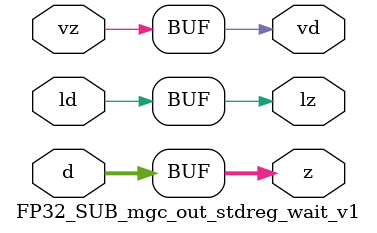
<source format=v>
module FP32_SUB_mgc_out_stdreg_wait_v1 (ld, vd, d, lz, vz, z);
  parameter integer rscid = 1;
  parameter integer width = 8;
  input ld;
  output vd;
  input [width-1:0] d;
  output lz;
  input vz;
  output [width-1:0] z;
  wire vd;
  wire lz;
  wire [width-1:0] z;
  assign z = d;
  assign lz = ld;
  assign vd = vz;
endmodule
</source>
